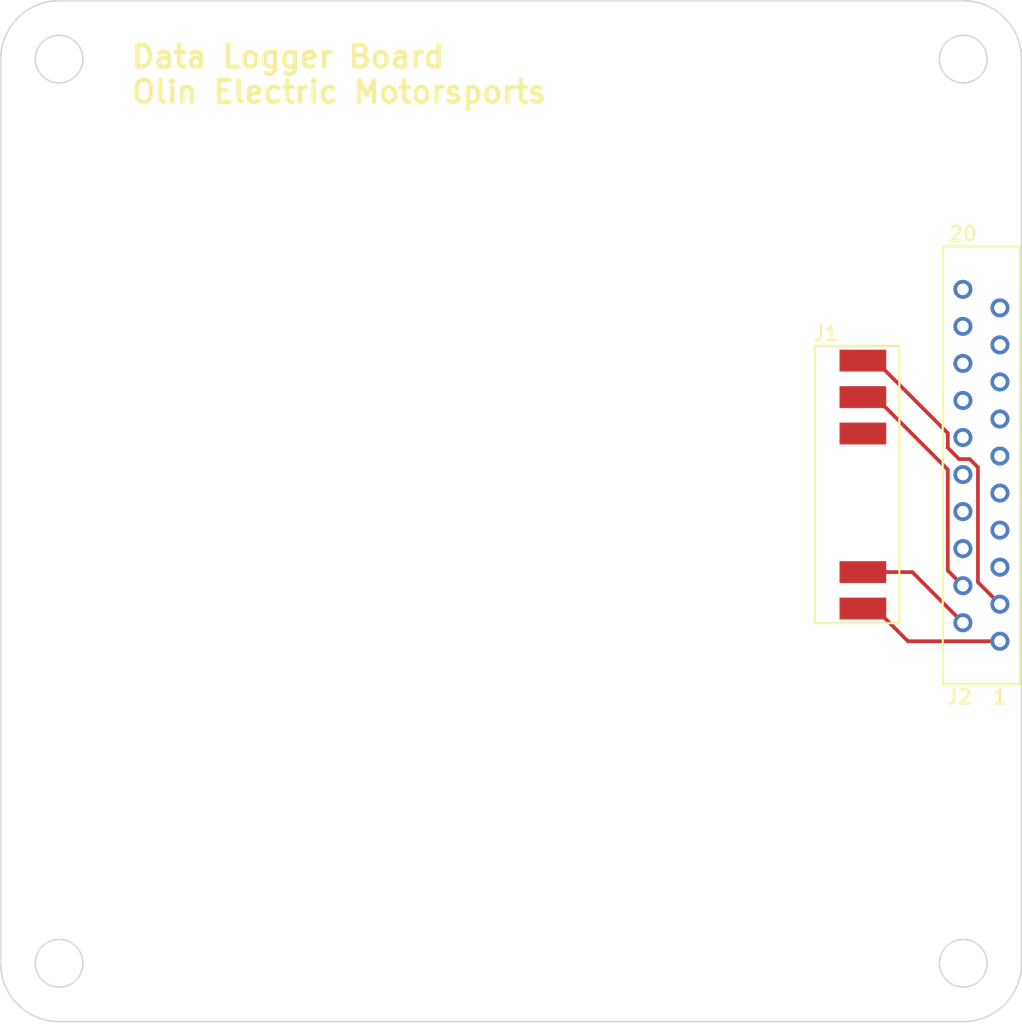
<source format=kicad_pcb>
(kicad_pcb (version 4) (host pcbnew 4.0.7-e2-6376~58~ubuntu16.04.1)

  (general
    (links 4)
    (no_connects 0)
    (area 95.009999 78.729999 165.110001 148.830001)
    (thickness 1.6)
    (drawings 14)
    (tracks 20)
    (zones 0)
    (modules 2)
    (nets 22)
  )

  (page A4)
  (layers
    (0 F.Cu signal)
    (31 B.Cu signal)
    (32 B.Adhes user)
    (33 F.Adhes user)
    (34 B.Paste user)
    (35 F.Paste user)
    (36 B.SilkS user)
    (37 F.SilkS user)
    (38 B.Mask user)
    (39 F.Mask user)
    (40 Dwgs.User user)
    (41 Cmts.User user)
    (42 Eco1.User user)
    (43 Eco2.User user)
    (44 Edge.Cuts user)
    (45 Margin user)
    (46 B.CrtYd user)
    (47 F.CrtYd user)
    (48 B.Fab user)
    (49 F.Fab user)
  )

  (setup
    (last_trace_width 0.254)
    (trace_clearance 0.254)
    (zone_clearance 0.508)
    (zone_45_only no)
    (trace_min 0.2)
    (segment_width 0.2)
    (edge_width 0.15)
    (via_size 0.6096)
    (via_drill 0.3048)
    (via_min_size 0.4)
    (via_min_drill 0.3)
    (uvia_size 0.3)
    (uvia_drill 0.1)
    (uvias_allowed no)
    (uvia_min_size 0)
    (uvia_min_drill 0)
    (pcb_text_width 0.3)
    (pcb_text_size 1.5 1.5)
    (mod_edge_width 0.15)
    (mod_text_size 1 1)
    (mod_text_width 0.15)
    (pad_size 1.524 1.524)
    (pad_drill 0.762)
    (pad_to_mask_clearance 0.2)
    (aux_axis_origin 0 0)
    (visible_elements 7FFFFFFF)
    (pcbplotparams
      (layerselection 0x010f0_80000001)
      (usegerberextensions false)
      (excludeedgelayer true)
      (linewidth 0.100000)
      (plotframeref false)
      (viasonmask false)
      (mode 1)
      (useauxorigin false)
      (hpglpennumber 1)
      (hpglpenspeed 20)
      (hpglpendiameter 15)
      (hpglpenoverlay 2)
      (psnegative false)
      (psa4output false)
      (plotreference true)
      (plotvalue true)
      (plotinvisibletext false)
      (padsonsilk false)
      (subtractmaskfromsilk false)
      (outputformat 1)
      (mirror false)
      (drillshape 0)
      (scaleselection 1)
      (outputdirectory C:/Users/ljordan/Desktop/Olin/Formula/2017-18/MK_III-Boards/boards/Data_Logger_Extension/))
  )

  (net 0 "")
  (net 1 /CAN_High)
  (net 2 /CAN_Low)
  (net 3 +5V)
  (net 4 "Net-(J1-Pad3)")
  (net 5 GND)
  (net 6 "Net-(J2-Pad5)")
  (net 7 "Net-(J2-Pad7)")
  (net 8 "Net-(J2-Pad6)")
  (net 9 "Net-(J2-Pad8)")
  (net 10 "Net-(J2-Pad9)")
  (net 11 "Net-(J2-Pad10)")
  (net 12 "Net-(J2-Pad11)")
  (net 13 "Net-(J2-Pad12)")
  (net 14 "Net-(J2-Pad13)")
  (net 15 "Net-(J2-Pad14)")
  (net 16 "Net-(J2-Pad15)")
  (net 17 "Net-(J2-Pad16)")
  (net 18 "Net-(J2-Pad17)")
  (net 19 "Net-(J2-Pad18)")
  (net 20 "Net-(J2-Pad19)")
  (net 21 "Net-(J2-Pad20)")

  (net_class Default "This is the default net class."
    (clearance 0.254)
    (trace_width 0.254)
    (via_dia 0.6096)
    (via_drill 0.3048)
    (uvia_dia 0.3)
    (uvia_drill 0.1)
    (add_net +5V)
    (add_net /CAN_High)
    (add_net /CAN_Low)
    (add_net GND)
    (add_net "Net-(J1-Pad3)")
    (add_net "Net-(J2-Pad10)")
    (add_net "Net-(J2-Pad11)")
    (add_net "Net-(J2-Pad12)")
    (add_net "Net-(J2-Pad13)")
    (add_net "Net-(J2-Pad14)")
    (add_net "Net-(J2-Pad15)")
    (add_net "Net-(J2-Pad16)")
    (add_net "Net-(J2-Pad17)")
    (add_net "Net-(J2-Pad18)")
    (add_net "Net-(J2-Pad19)")
    (add_net "Net-(J2-Pad20)")
    (add_net "Net-(J2-Pad5)")
    (add_net "Net-(J2-Pad6)")
    (add_net "Net-(J2-Pad7)")
    (add_net "Net-(J2-Pad8)")
    (add_net "Net-(J2-Pad9)")
  )

  (module footprints:micromatch_female_ra_20 (layer F.Cu) (tedit 59EE7AE1) (tstamp 5A8260F2)
    (at 163.576 117.62 180)
    (path /5A824BE9)
    (fp_text reference J2 (at 2.794 -8.89 180) (layer F.SilkS)
      (effects (font (size 1 1) (thickness 0.15)))
    )
    (fp_text value micromatch_female_RA_20 (at 6.35 0 270) (layer F.Fab) hide
      (effects (font (size 1 1) (thickness 0.15)))
    )
    (fp_text user 20 (at 2.54 22.86 180) (layer F.SilkS)
      (effects (font (size 1 1) (thickness 0.15)))
    )
    (fp_text user 1 (at 0 -8.89 180) (layer F.SilkS)
      (effects (font (size 1 1) (thickness 0.15)))
    )
    (fp_line (start -1.38 21.99) (end 3.92 21.99) (layer F.SilkS) (width 0.15))
    (fp_line (start -1.38 -8.02) (end 3.92 -8.02) (layer F.SilkS) (width 0.15))
    (fp_line (start -1.38 21.99) (end -1.38 -8.02) (layer F.SilkS) (width 0.15))
    (fp_line (start 3.92 21.99) (end 3.92 -8.02) (layer F.SilkS) (width 0.15))
    (pad 5 thru_hole circle (at 0 0 180) (size 1.3 1.3) (drill 0.8) (layers *.Cu *.Mask)
      (net 6 "Net-(J2-Pad5)"))
    (pad 3 thru_hole circle (at 0 -2.54 180) (size 1.3 1.3) (drill 0.8) (layers *.Cu *.Mask)
      (net 1 /CAN_High))
    (pad 1 thru_hole circle (at 0 -5.08 180) (size 1.3 1.3) (drill 0.8) (layers *.Cu *.Mask)
      (net 5 GND))
    (pad 7 thru_hole circle (at 0 2.54 180) (size 1.3 1.3) (drill 0.8) (layers *.Cu *.Mask)
      (net 7 "Net-(J2-Pad7)"))
    (pad 2 thru_hole circle (at 2.54 -3.81 180) (size 1.3 1.3) (drill 0.8) (layers *.Cu *.Mask)
      (net 3 +5V))
    (pad 4 thru_hole circle (at 2.54 -1.27 180) (size 1.3 1.3) (drill 0.8) (layers *.Cu *.Mask)
      (net 2 /CAN_Low))
    (pad 6 thru_hole circle (at 2.54 1.27 180) (size 1.3 1.3) (drill 0.8) (layers *.Cu *.Mask)
      (net 8 "Net-(J2-Pad6)"))
    (pad 8 thru_hole circle (at 2.54 3.81 180) (size 1.3 1.3) (drill 0.8) (layers *.Cu *.Mask)
      (net 9 "Net-(J2-Pad8)"))
    (pad 9 thru_hole circle (at 0 5.08 180) (size 1.3 1.3) (drill 0.8) (layers *.Cu *.Mask)
      (net 10 "Net-(J2-Pad9)"))
    (pad 10 thru_hole circle (at 2.54 6.35 180) (size 1.3 1.3) (drill 0.8) (layers *.Cu *.Mask)
      (net 11 "Net-(J2-Pad10)"))
    (pad 11 thru_hole circle (at 0 7.62 180) (size 1.3 1.3) (drill 0.8) (layers *.Cu *.Mask)
      (net 12 "Net-(J2-Pad11)"))
    (pad 12 thru_hole circle (at 2.54 8.89 180) (size 1.3 1.3) (drill 0.8) (layers *.Cu *.Mask)
      (net 13 "Net-(J2-Pad12)"))
    (pad 13 thru_hole circle (at 0 10.16 180) (size 1.3 1.3) (drill 0.8) (layers *.Cu *.Mask)
      (net 14 "Net-(J2-Pad13)"))
    (pad 14 thru_hole circle (at 2.54 11.43 180) (size 1.3 1.3) (drill 0.8) (layers *.Cu *.Mask)
      (net 15 "Net-(J2-Pad14)"))
    (pad 15 thru_hole circle (at 0 12.7 180) (size 1.3 1.3) (drill 0.8) (layers *.Cu *.Mask)
      (net 16 "Net-(J2-Pad15)"))
    (pad 16 thru_hole circle (at 2.54 13.97 180) (size 1.3 1.3) (drill 0.8) (layers *.Cu *.Mask)
      (net 17 "Net-(J2-Pad16)"))
    (pad 17 thru_hole circle (at 0 15.24 180) (size 1.3 1.3) (drill 0.8) (layers *.Cu *.Mask)
      (net 18 "Net-(J2-Pad17)"))
    (pad 18 thru_hole circle (at 2.54 16.51 180) (size 1.3 1.3) (drill 0.8) (layers *.Cu *.Mask)
      (net 19 "Net-(J2-Pad18)"))
    (pad 19 thru_hole circle (at 0 17.78 180) (size 1.3 1.3) (drill 0.8) (layers *.Cu *.Mask)
      (net 20 "Net-(J2-Pad19)"))
    (pad 20 thru_hole circle (at 2.54 19.05 180) (size 1.3 1.3) (drill 0.8) (layers *.Cu *.Mask)
      (net 21 "Net-(J2-Pad20)"))
    (model /home/corey/Desktop/Formula/OEM_Preferred_Parts/3DModels/Micromatch_Female_RA_20/Micromatch_Female_RA_20.wrl
      (at (xyz 0 0 0))
      (scale (xyz 1 1 1))
      (rotate (xyz 0 0 0))
    )
  )

  (module footprints:Data-Logger-Pads (layer F.Cu) (tedit 5A82527F) (tstamp 5A8260D4)
    (at 154.178 103.458 270)
    (path /5A824A58)
    (fp_text reference J1 (at -1.858 2.54 360) (layer F.SilkS)
      (effects (font (size 1 1) (thickness 0.15)))
    )
    (fp_text value Ultrafit_5 (at -2.62 9.906 360) (layer F.Fab)
      (effects (font (size 1 1) (thickness 0.15)))
    )
    (fp_line (start -1.016 3.302) (end -1 -2.5) (layer F.SilkS) (width 0.15))
    (fp_line (start 18 3.3) (end -1 3.3) (layer F.SilkS) (width 0.15))
    (fp_line (start 18 -2.5) (end 18 3.3) (layer F.SilkS) (width 0.15))
    (fp_line (start -1 -2.5) (end 18 -2.5) (layer F.SilkS) (width 0.15))
    (pad 2 smd rect (at 2.5 0 270) (size 1.5 3.2) (layers F.Cu F.Paste F.Mask)
      (net 2 /CAN_Low))
    (pad 1 smd rect (at 0 0 270) (size 1.5 3.2) (layers F.Cu F.Paste F.Mask)
      (net 1 /CAN_High))
    (pad 4 smd rect (at 14.5 0 270) (size 1.5 3.2) (layers F.Cu F.Paste F.Mask)
      (net 3 +5V))
    (pad 3 smd rect (at 5 0 270) (size 1.5 3.2) (layers F.Cu F.Paste F.Mask)
      (net 4 "Net-(J1-Pad3)"))
    (pad 5 smd rect (at 17 0 270) (size 1.5 3.2) (layers F.Cu F.Paste F.Mask)
      (net 5 GND))
  )

  (dimension 23.1 (width 0.3) (layer Dwgs.User)
    (gr_text "23.100 mm" (at 158.65 137.25 90) (layer Dwgs.User)
      (effects (font (size 1.5 1.5) (thickness 0.3)))
    )
    (feature1 (pts (xy 160.8 125.7) (xy 157.3 125.7)))
    (feature2 (pts (xy 160.8 148.8) (xy 157.3 148.8)))
    (crossbar (pts (xy 160 148.8) (xy 160 125.7)))
    (arrow1a (pts (xy 160 125.7) (xy 160.586421 126.826504)))
    (arrow1b (pts (xy 160 125.7) (xy 159.413579 126.826504)))
    (arrow2a (pts (xy 160 148.8) (xy 160.586421 147.673496)))
    (arrow2b (pts (xy 160 148.8) (xy 159.413579 147.673496)))
  )
  (gr_text "Data Logger Board\nOlin Electric Motorsports" (at 103.886 83.82) (layer F.SilkS)
    (effects (font (size 1.5 1.5) (thickness 0.3)) (justify left))
  )
  (gr_arc (start 161.06 144.78) (end 161.06 148.78) (angle -90) (layer Edge.Cuts) (width 0.1))
  (gr_circle (center 161.06 144.78) (end 162.69195 144.78) (layer Edge.Cuts) (width 0.1))
  (gr_arc (start 99.06 82.78) (end 99.06 78.78) (angle -90) (layer Edge.Cuts) (width 0.1))
  (gr_circle (center 99.06 82.78) (end 100.69195 82.78) (layer Edge.Cuts) (width 0.1))
  (gr_line (start 161.06 148.78) (end 99.06 148.78) (layer Edge.Cuts) (width 0.1))
  (gr_line (start 95.06 82.78) (end 95.06 144.78) (layer Edge.Cuts) (width 0.1))
  (gr_line (start 161.06 78.78) (end 99.06 78.78) (layer Edge.Cuts) (width 0.1))
  (gr_circle (center 99.06 144.78) (end 100.69195 144.78) (layer Edge.Cuts) (width 0.1))
  (gr_arc (start 161.06 82.78) (end 165.06 82.78) (angle -90) (layer Edge.Cuts) (width 0.1))
  (gr_circle (center 161.06 82.78) (end 162.69195 82.78) (layer Edge.Cuts) (width 0.1))
  (gr_line (start 165.06 82.78) (end 165.06 144.78) (layer Edge.Cuts) (width 0.1))
  (gr_arc (start 99.06 144.78) (end 95.06 144.78) (angle -90) (layer Edge.Cuts) (width 0.1))

  (segment (start 154.178 103.458) (end 155.028 103.458) (width 0.254) (layer F.Cu) (net 1))
  (segment (start 160 108.43) (end 160 109.429566) (width 0.254) (layer F.Cu) (net 1))
  (segment (start 160.782 110.211566) (end 161.503448 110.211566) (width 0.254) (layer F.Cu) (net 1))
  (segment (start 155.028 103.458) (end 160 108.43) (width 0.254) (layer F.Cu) (net 1))
  (segment (start 160 109.429566) (end 160.782 110.211566) (width 0.254) (layer F.Cu) (net 1))
  (segment (start 161.503448 110.211566) (end 162.067001 110.775119) (width 0.254) (layer F.Cu) (net 1))
  (segment (start 162.067001 110.775119) (end 162.067001 118.651001) (width 0.254) (layer F.Cu) (net 1))
  (segment (start 162.067001 118.651001) (end 162.926001 119.510001) (width 0.254) (layer F.Cu) (net 1))
  (segment (start 162.926001 119.510001) (end 163.576 120.16) (width 0.254) (layer F.Cu) (net 1))
  (segment (start 154.178 105.958) (end 155.028 105.958) (width 0.254) (layer F.Cu) (net 2))
  (segment (start 155.028 105.958) (end 160 110.93) (width 0.254) (layer F.Cu) (net 2))
  (segment (start 160 110.93) (end 160 117.854) (width 0.254) (layer F.Cu) (net 2))
  (segment (start 160 117.854) (end 160.386001 118.240001) (width 0.254) (layer F.Cu) (net 2))
  (segment (start 160.386001 118.240001) (end 161.036 118.89) (width 0.254) (layer F.Cu) (net 2))
  (segment (start 154.178 117.958) (end 157.564 117.958) (width 0.254) (layer F.Cu) (net 3))
  (segment (start 157.564 117.958) (end 161.036 121.43) (width 0.254) (layer F.Cu) (net 3))
  (segment (start 154.178 120.458) (end 155.028 120.458) (width 0.254) (layer F.Cu) (net 5))
  (segment (start 155.028 120.458) (end 157.27 122.7) (width 0.254) (layer F.Cu) (net 5))
  (segment (start 157.27 122.7) (end 162.656762 122.7) (width 0.254) (layer F.Cu) (net 5))
  (segment (start 162.656762 122.7) (end 163.576 122.7) (width 0.254) (layer F.Cu) (net 5))

)

</source>
